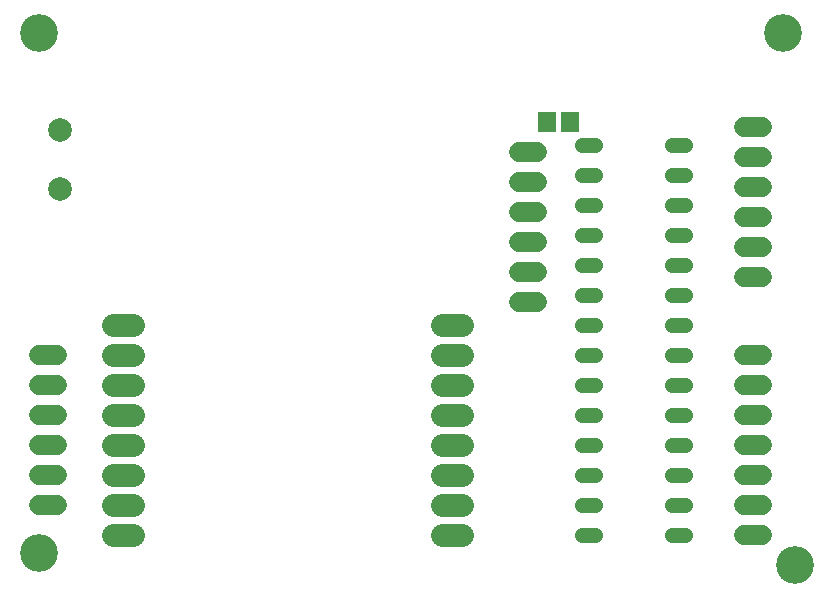
<source format=gbr>
G04 EAGLE Gerber RS-274X export*
G75*
%MOMM*%
%FSLAX34Y34*%
%LPD*%
%INSoldermask Bottom*%
%IPPOS*%
%AMOC8*
5,1,8,0,0,1.08239X$1,22.5*%
G01*
%ADD10C,3.203200*%
%ADD11C,2.003200*%
%ADD12C,1.727200*%
%ADD13C,1.311200*%
%ADD14C,1.908300*%
%ADD15R,1.503200X1.703200*%


D10*
X30000Y10000D03*
X30000Y450000D03*
X670000Y0D03*
X660000Y450000D03*
D11*
X47700Y367900D03*
X47700Y317900D03*
D12*
X45720Y50800D02*
X30480Y50800D01*
X30480Y76200D02*
X45720Y76200D01*
X45720Y101600D02*
X30480Y101600D01*
X30480Y127000D02*
X45720Y127000D01*
X45720Y152400D02*
X30480Y152400D01*
X30480Y177800D02*
X45720Y177800D01*
X627380Y370840D02*
X642620Y370840D01*
X642620Y345440D02*
X627380Y345440D01*
X627380Y320040D02*
X642620Y320040D01*
X642620Y294640D02*
X627380Y294640D01*
X627380Y269240D02*
X642620Y269240D01*
X642620Y243840D02*
X627380Y243840D01*
D13*
X577040Y25400D02*
X565960Y25400D01*
X500840Y25400D02*
X489760Y25400D01*
X489760Y50800D02*
X500840Y50800D01*
X500840Y76200D02*
X489760Y76200D01*
X565960Y50800D02*
X577040Y50800D01*
X577040Y76200D02*
X565960Y76200D01*
X500840Y101600D02*
X489760Y101600D01*
X489760Y127000D02*
X500840Y127000D01*
X500840Y152400D02*
X489760Y152400D01*
X489760Y177800D02*
X500840Y177800D01*
X500840Y203200D02*
X489760Y203200D01*
X489760Y228600D02*
X500840Y228600D01*
X500840Y254000D02*
X489760Y254000D01*
X489760Y279400D02*
X500840Y279400D01*
X500840Y304800D02*
X489760Y304800D01*
X489760Y330200D02*
X500840Y330200D01*
X500840Y355600D02*
X489760Y355600D01*
X565960Y355600D02*
X577040Y355600D01*
X577040Y330200D02*
X565960Y330200D01*
X565960Y304800D02*
X577040Y304800D01*
X577040Y279400D02*
X565960Y279400D01*
X565960Y254000D02*
X577040Y254000D01*
X577040Y228600D02*
X565960Y228600D01*
X565960Y203200D02*
X577040Y203200D01*
X577040Y177800D02*
X565960Y177800D01*
X565960Y152400D02*
X577040Y152400D01*
X577040Y127000D02*
X565960Y127000D01*
X565960Y101600D02*
X577040Y101600D01*
D14*
X110126Y203200D02*
X93075Y203200D01*
X93075Y177800D02*
X110126Y177800D01*
X110126Y152400D02*
X93075Y152400D01*
X93075Y127000D02*
X110126Y127000D01*
X110126Y101600D02*
X93075Y101600D01*
X93075Y76200D02*
X110126Y76200D01*
X110126Y50800D02*
X93075Y50800D01*
X93075Y25400D02*
X110126Y25400D01*
X371475Y25400D02*
X388526Y25400D01*
X388526Y50800D02*
X371475Y50800D01*
X371475Y76200D02*
X388526Y76200D01*
X388526Y101600D02*
X371475Y101600D01*
X371475Y127000D02*
X388526Y127000D01*
X388526Y152400D02*
X371475Y152400D01*
X371475Y177800D02*
X388526Y177800D01*
X388526Y203200D02*
X371475Y203200D01*
D12*
X627380Y177800D02*
X642620Y177800D01*
X642620Y152400D02*
X627380Y152400D01*
X627380Y127000D02*
X642620Y127000D01*
X642620Y101600D02*
X627380Y101600D01*
X627380Y76200D02*
X642620Y76200D01*
X642620Y50800D02*
X627380Y50800D01*
X627380Y25400D02*
X642620Y25400D01*
X452120Y222250D02*
X436880Y222250D01*
X436880Y247650D02*
X452120Y247650D01*
X452120Y273050D02*
X436880Y273050D01*
X436880Y298450D02*
X452120Y298450D01*
X452120Y323850D02*
X436880Y323850D01*
X436880Y349250D02*
X452120Y349250D01*
D15*
X479400Y374650D03*
X460400Y374650D03*
M02*

</source>
